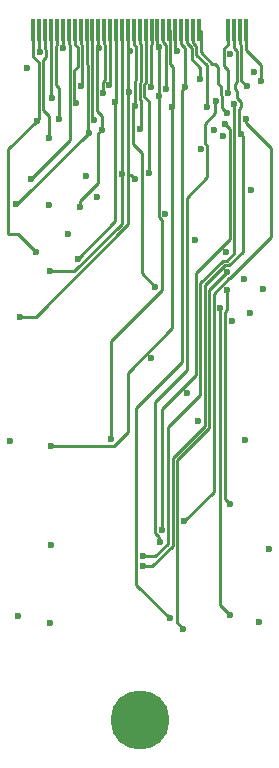
<source format=gbr>
%TF.GenerationSoftware,KiCad,Pcbnew,7.0.5*%
%TF.CreationDate,2023-08-30T17:00:08-05:00*%
%TF.ProjectId,Chimera_Card_Template_2,4368696d-6572-4615-9f43-6172645f5465,rev?*%
%TF.SameCoordinates,Original*%
%TF.FileFunction,Copper,L4,Bot*%
%TF.FilePolarity,Positive*%
%FSLAX46Y46*%
G04 Gerber Fmt 4.6, Leading zero omitted, Abs format (unit mm)*
G04 Created by KiCad (PCBNEW 7.0.5) date 2023-08-30 17:00:08*
%MOMM*%
%LPD*%
G01*
G04 APERTURE LIST*
%TA.AperFunction,SMDPad,CuDef*%
%ADD10R,0.350000X1.950000*%
%TD*%
%TA.AperFunction,ComponentPad*%
%ADD11C,2.900000*%
%TD*%
%TA.AperFunction,ConnectorPad*%
%ADD12C,5.000000*%
%TD*%
%TA.AperFunction,ViaPad*%
%ADD13C,0.600000*%
%TD*%
%TA.AperFunction,Conductor*%
%ADD14C,0.254000*%
%TD*%
G04 APERTURE END LIST*
D10*
%TO.P,U1,2,1*%
%TO.N,Net-(CN1-1-Pad73)*%
X103500000Y-91425000D03*
%TO.P,U1,4,1*%
%TO.N,Net-(CN1-1-Pad71)*%
X104000000Y-91425000D03*
%TO.P,U1,6,1*%
%TO.N,Net-(CN1-1-Pad69)*%
X104500000Y-91425000D03*
%TO.P,U1,8,1*%
%TO.N,Net-(CN1-1-Pad67)*%
X105000000Y-91425000D03*
%TO.P,U1,10,1*%
%TO.N,Net-(CN1-1-Pad66)*%
X105500000Y-91425000D03*
%TO.P,U1,12,12*%
%TO.N,Net-(CN1-20-Pad63)*%
X106000000Y-91425000D03*
%TO.P,U1,14,14*%
%TO.N,Net-(CN1-20-Pad61)*%
X106500000Y-91425000D03*
%TO.P,U1,16,16*%
%TO.N,Net-(CN1-20-Pad59)*%
X107000000Y-91425000D03*
%TO.P,U1,18,18*%
%TO.N,Net-(CN1-20-Pad57)*%
X107500000Y-91425000D03*
%TO.P,U1,20,20*%
%TO.N,Net-(CN1-20-Pad55)*%
X108000000Y-91425000D03*
%TO.P,U1,22,20*%
%TO.N,Net-(CN1-20-Pad53)*%
X108500000Y-91425000D03*
%TO.P,U1,24,20*%
%TO.N,Net-(CN1-20-Pad51)*%
X109000000Y-91425000D03*
%TO.P,U1,26,20*%
%TO.N,Net-(CN1-20-Pad49)*%
X109500000Y-91425000D03*
%TO.P,U1,28,20*%
%TO.N,Net-(CN1-20-Pad47)*%
X110000000Y-91425000D03*
%TO.P,U1,30,20*%
%TO.N,Net-(CN1-20-Pad45)*%
X110500000Y-91425000D03*
%TO.P,U1,32,20*%
%TO.N,Net-(CN1-20-Pad43)*%
X111000000Y-91425000D03*
%TO.P,U1,34,20*%
%TO.N,Net-(CN1-20-Pad41)*%
X111500000Y-91425000D03*
%TO.P,U1,36,20*%
%TO.N,Net-(CN1-20-Pad39)*%
X112000000Y-91425000D03*
%TO.P,U1,38,20*%
%TO.N,Net-(CN1-20-Pad37)*%
X112500000Y-91425000D03*
%TO.P,U1,40,20*%
%TO.N,Net-(CN1-20-Pad35)*%
X113000000Y-91425000D03*
%TO.P,U1,42,20*%
%TO.N,Net-(CN1-20-Pad33)*%
X113500000Y-91425000D03*
%TO.P,U1,44,20*%
%TO.N,Net-(CN1-20-Pad31)*%
X114000000Y-91425000D03*
%TO.P,U1,46,20*%
%TO.N,Net-(CN1-20-Pad29)*%
X114500000Y-91425000D03*
%TO.P,U1,48,20*%
%TO.N,Net-(CN1-20-Pad27)*%
X115000000Y-91425000D03*
%TO.P,U1,50,20*%
%TO.N,Net-(CN1-20-Pad25)*%
X115500000Y-91425000D03*
%TO.P,U1,52,20*%
%TO.N,Net-(CN1-20-Pad23)*%
X116000000Y-91425000D03*
%TO.P,U1,54,20*%
%TO.N,Net-(CN1-20-Pad21)*%
X116500000Y-91425000D03*
%TO.P,U1,56,20*%
%TO.N,Net-(CN1-1-Pad11)*%
X117000000Y-91425000D03*
%TO.P,U1,58,20*%
%TO.N,Net-(CN1-1-Pad9)*%
X117500000Y-91425000D03*
%TO.P,U1,68,1*%
%TO.N,Net-(CN1-1-Pad7)*%
X120000000Y-91425000D03*
%TO.P,U1,70,1*%
%TO.N,Net-(CN1-1-Pad5)*%
X120500000Y-91425000D03*
%TO.P,U1,72,1*%
%TO.N,+5V*%
X121000000Y-91425000D03*
%TO.P,U1,74,1*%
%TO.N,+3V3*%
X121500000Y-91425000D03*
%TD*%
D11*
%TO.P,H1,1*%
%TO.N,N/C*%
X112500000Y-149900000D03*
D12*
X112500000Y-149900000D03*
%TD*%
D13*
%TO.N,Net-(CN1-20-Pad61)*%
X103300000Y-104100000D03*
%TO.N,GND*%
X105000000Y-135100000D03*
X122916402Y-113384891D03*
X122200000Y-95000000D03*
%TO.N,20*%
X117675800Y-101500000D03*
X119883400Y-113488100D03*
X120160000Y-131566700D03*
%TO.N,8*%
X120174600Y-93492800D03*
X118926600Y-97451700D03*
X114208300Y-134814900D03*
%TO.N,6*%
X112767600Y-136011200D03*
X120501100Y-97771600D03*
%TO.N,4*%
X116255600Y-133069900D03*
X121456600Y-99000000D03*
%TO.N,Net-(CN1-20-Pad31)*%
X114156000Y-97054400D03*
X114125000Y-92928000D03*
X110030000Y-126074900D03*
%TO.N,Net-(CN1-20-Pad29)*%
X114748000Y-96463100D03*
X106401800Y-108751500D03*
X114650500Y-107033500D03*
%TO.N,Net-(CN1-1-Pad9)*%
X119900000Y-98500000D03*
X119583300Y-100449600D03*
X119908200Y-111945000D03*
X116203000Y-142160100D03*
%TO.N,Net-(CN1-20-Pad63)*%
X105985000Y-93010900D03*
%TO.N,Net-(CN1-1-Pad7)*%
X119700000Y-99400000D03*
X114342400Y-133794500D03*
X119968900Y-96764600D03*
%TO.N,Net-(CN1-1-Pad67)*%
X105045000Y-97221400D03*
%TO.N,Net-(CN1-20-Pad61)*%
X117167800Y-109269200D03*
X108867500Y-105582400D03*
%TO.N,Net-(CN1-20-Pad59)*%
X107144000Y-97644100D03*
X120325300Y-116088100D03*
X107976100Y-103842600D03*
%TO.N,Net-(CN1-20-Pad57)*%
X107524000Y-96199400D03*
X121300000Y-112550600D03*
%TO.N,Net-(CN1-20-Pad55)*%
X108174000Y-100173000D03*
X102043000Y-106224400D03*
%TO.N,Net-(CN1-20-Pad53)*%
X108640000Y-99103600D03*
X104838400Y-106281200D03*
%TO.N,Net-(CN1-20-Pad51)*%
X109286000Y-99917100D03*
X109038000Y-92998700D03*
X107470000Y-106460000D03*
%TO.N,Net-(CN1-20-Pad49)*%
X109404000Y-96835300D03*
%TO.N,Net-(CN1-20-Pad47)*%
X109934000Y-96115600D03*
%TO.N,Net-(CN1-20-Pad45)*%
X110435000Y-97598900D03*
X107245600Y-110822400D03*
%TO.N,Net-(CN1-20-Pad43)*%
X104930000Y-111878400D03*
X110981000Y-103625400D03*
%TO.N,+3V3*%
X122800000Y-95800000D03*
X123445000Y-135449100D03*
X102182500Y-141079100D03*
%TO.N,Net-(CN1-20-Pad41)*%
X111635000Y-93248200D03*
X111556000Y-96746600D03*
X102390000Y-115741500D03*
X112100000Y-104100000D03*
%TO.N,Net-(CN1-1-Pad73)*%
X103768000Y-99155600D03*
X121430000Y-126163500D03*
X103682200Y-110242600D03*
%TO.N,Net-(CN1-1-Pad71)*%
X104045000Y-93369500D03*
%TO.N,Net-(CN1-1-Pad69)*%
X104817000Y-100573000D03*
%TO.N,Net-(CN1-20-Pad39)*%
X112085000Y-97876300D03*
X121795700Y-115439600D03*
X113814500Y-113209900D03*
%TO.N,Net-(CN1-1-Pad5)*%
X121075600Y-100300000D03*
X112784700Y-136877000D03*
%TO.N,Net-(CN1-20-Pad37)*%
X112519000Y-99831700D03*
X119828900Y-110272900D03*
%TO.N,Net-(CN1-20-Pad35)*%
X113250000Y-103607000D03*
X113487500Y-119268200D03*
X117438600Y-124549500D03*
%TO.N,Net-(CN1-20-Pad33)*%
X113453000Y-96299800D03*
%TO.N,Net-(CN1-1-Pad66)*%
X105700000Y-99000000D03*
%TO.N,Net-(CN1-20-Pad27)*%
X115250000Y-97947800D03*
X104950000Y-126675100D03*
%TO.N,Net-(CN1-20-Pad25)*%
X115631000Y-93269900D03*
X116541500Y-122227900D03*
X101555000Y-126289700D03*
%TO.N,Net-(CN1-20-Pad23)*%
X116306000Y-96281400D03*
X115050500Y-141272200D03*
X122630600Y-141590700D03*
%TO.N,Net-(CN1-20-Pad21)*%
X117612000Y-95617700D03*
X119316400Y-114982900D03*
X120160000Y-141011700D03*
%TO.N,Net-(CN1-1-Pad11)*%
X118200000Y-98000000D03*
X118768650Y-99931350D03*
%TO.N,+5V*%
X121951700Y-105005100D03*
X121553300Y-96200000D03*
X104940000Y-141655600D03*
%TO.N,GND*%
X102923000Y-94656200D03*
%TD*%
D14*
%TO.N,8*%
X114146300Y-134752900D02*
X114208300Y-134814900D01*
X114146300Y-134384400D02*
X114146300Y-134752900D01*
X114146200Y-134384400D02*
X114146300Y-134384400D01*
X113786500Y-134024700D02*
X114146200Y-134384400D01*
X113786500Y-122935800D02*
X113786500Y-134024700D01*
X116461500Y-120260800D02*
X113786500Y-122935800D01*
X116461500Y-105680700D02*
X116461500Y-120260800D01*
X118000000Y-101040725D02*
X118229800Y-101270525D01*
X118229800Y-101270525D02*
X118229800Y-103912400D01*
X118229800Y-103912400D02*
X116461500Y-105680700D01*
X118000000Y-99400000D02*
X118000000Y-101040725D01*
X118900000Y-98500000D02*
X118000000Y-99400000D01*
X118900000Y-97478300D02*
X118900000Y-98500000D01*
X118926600Y-97451700D02*
X118900000Y-97478300D01*
%TO.N,Net-(CN1-1-Pad7)*%
X114342400Y-123551900D02*
X114342400Y-133794500D01*
X117227300Y-120667000D02*
X114342400Y-123551900D01*
X117227300Y-112037600D02*
X117227300Y-120667000D01*
X120139200Y-109125700D02*
X117227300Y-112037600D01*
X120139200Y-99839200D02*
X120139200Y-109125700D01*
X119700000Y-99400000D02*
X120139200Y-99839200D01*
%TO.N,Net-(CN1-1-Pad9)*%
X117649000Y-91573700D02*
X117500000Y-91425000D01*
X117649000Y-93357400D02*
X117649000Y-91573700D01*
X118658000Y-94366900D02*
X117649000Y-93357400D01*
X118903000Y-94366900D02*
X118658000Y-94366900D01*
X119112700Y-94576600D02*
X118903000Y-94366900D01*
X119112700Y-95993300D02*
X119112700Y-94576600D01*
X119413000Y-96293600D02*
X119112700Y-95993300D01*
X119413000Y-96994800D02*
X119413000Y-96293600D01*
X119497200Y-97079000D02*
X119413000Y-96994800D01*
X119497200Y-98097200D02*
X119497200Y-97079000D01*
X119900000Y-98500000D02*
X119497200Y-98097200D01*
%TO.N,Net-(CN1-20-Pad61)*%
X106587316Y-100812684D02*
X103300000Y-104100000D01*
X106587316Y-92741316D02*
X106587316Y-100812684D01*
X106500000Y-92654000D02*
X106587316Y-92741316D01*
X106500000Y-91425000D02*
X106500000Y-92654000D01*
%TO.N,Net-(CN1-1-Pad66)*%
X105430000Y-96084400D02*
X105430000Y-92780700D01*
X105430000Y-92780700D02*
X105500000Y-92710200D01*
X105700000Y-96354400D02*
X105430000Y-96084400D01*
X105500000Y-92710200D02*
X105500000Y-91425000D01*
X105700000Y-99000000D02*
X105700000Y-96354400D01*
%TO.N,Net-(CN1-1-Pad11)*%
X117304800Y-93565800D02*
X118200000Y-94461000D01*
X117266000Y-93565800D02*
X117304800Y-93565800D01*
%TO.N,Net-(CN1-20-Pad41)*%
X111536900Y-103758300D02*
X111758300Y-103758300D01*
X111758300Y-103758300D02*
X112100000Y-104100000D01*
%TO.N,Net-(CN1-20-Pad45)*%
X110435000Y-97598900D02*
X110435000Y-103343000D01*
%TO.N,+3V3*%
X121500000Y-93170800D02*
X121500000Y-91425000D01*
X122800000Y-95800000D02*
X122800000Y-94470800D01*
X122800000Y-94470800D02*
X121500000Y-93170800D01*
%TO.N,Net-(CN1-1-Pad5)*%
X113559300Y-136877000D02*
X112784700Y-136877000D01*
X115281300Y-135155000D02*
X113559300Y-136877000D01*
X115281300Y-127739200D02*
X115281300Y-135155000D01*
X117994600Y-113072500D02*
X117994600Y-125025900D01*
X120042700Y-111389100D02*
X119678000Y-111389100D01*
X121204500Y-110227300D02*
X120042700Y-111389100D01*
X121204500Y-100428900D02*
X121204500Y-110227300D01*
X121075600Y-100300000D02*
X121204500Y-100428900D01*
X120500000Y-93031400D02*
X120500000Y-91425000D01*
X120730800Y-93262200D02*
X120500000Y-93031400D01*
X120730800Y-95858625D02*
X120730800Y-93262200D01*
X120571700Y-96017725D02*
X120730800Y-95858625D01*
X120571700Y-96476675D02*
X120571700Y-96017725D01*
X120730800Y-96635775D02*
X120571700Y-96476675D01*
X120730800Y-97217375D02*
X120730800Y-96635775D01*
X120730575Y-97217600D02*
X120730800Y-97217375D01*
X121055100Y-98001075D02*
X121055100Y-97542125D01*
X121055100Y-97542125D02*
X120730575Y-97217600D01*
X121075600Y-100300000D02*
X120903100Y-100127500D01*
X119678000Y-111389100D02*
X117994600Y-113072500D01*
X120903100Y-100127500D02*
X120903100Y-98153075D01*
X120903100Y-98153075D02*
X121055100Y-98001075D01*
X117994600Y-125025900D02*
X115281300Y-127739200D01*
%TO.N,4*%
X118760400Y-130565100D02*
X116255600Y-133069900D01*
X118760400Y-113801100D02*
X118760400Y-130565100D01*
X120060600Y-112500900D02*
X118760400Y-113801100D01*
X120143400Y-112500900D02*
X120060600Y-112500900D01*
X123611000Y-109033300D02*
X120143400Y-112500900D01*
X121456600Y-99340075D02*
X123611000Y-101494475D01*
X121456600Y-99000000D02*
X121456600Y-99340075D01*
X123611000Y-101494475D02*
X123611000Y-109033300D01*
%TO.N,+5V*%
X121113700Y-92769600D02*
X121000000Y-92655900D01*
X121113700Y-95760400D02*
X121113700Y-92769600D01*
X121553300Y-96200000D02*
X121113700Y-95760400D01*
X121000000Y-92655900D02*
X121000000Y-91425000D01*
%TO.N,Net-(CN1-1-Pad11)*%
X118200000Y-98000000D02*
X118200000Y-94461000D01*
%TO.N,20*%
X119738700Y-131145400D02*
X120160000Y-131566700D01*
X119738700Y-115346800D02*
X119738700Y-131145400D01*
X119883300Y-115202200D02*
X119738700Y-115346800D01*
X119883300Y-113488100D02*
X119883300Y-115202200D01*
X119883400Y-113488100D02*
X119883300Y-113488100D01*
%TO.N,6*%
X113829700Y-136011200D02*
X112767600Y-136011200D01*
X114898400Y-134942500D02*
X113829700Y-136011200D01*
X114898400Y-125063800D02*
X114898400Y-134942500D01*
X117611700Y-122350500D02*
X114898400Y-125063800D01*
X117611700Y-112913900D02*
X117611700Y-122350500D01*
X119519400Y-111006200D02*
X117611700Y-112913900D01*
X119884100Y-111006200D02*
X119519400Y-111006200D01*
X120522100Y-110368200D02*
X119884100Y-111006200D01*
X120522100Y-97792600D02*
X120522100Y-110368200D01*
X120501100Y-97771600D02*
X120522100Y-97792600D01*
%TO.N,Net-(CN1-20-Pad31)*%
X114000000Y-92803000D02*
X114125000Y-92928000D01*
X114000000Y-91425000D02*
X114000000Y-92803000D01*
X114156000Y-92959100D02*
X114125000Y-92928000D01*
X114156000Y-97054400D02*
X114156000Y-92959100D01*
X114094600Y-97115800D02*
X114156000Y-97054400D01*
X114094600Y-107263700D02*
X114094600Y-97115800D01*
X114372000Y-107541100D02*
X114094600Y-107263700D01*
X114372000Y-113438700D02*
X114372000Y-107541100D01*
X110030000Y-117780700D02*
X114372000Y-113438700D01*
X110030000Y-126074900D02*
X110030000Y-117780700D01*
%TO.N,Net-(CN1-20-Pad29)*%
X114500000Y-92516800D02*
X114500000Y-91425000D01*
X114681000Y-92697700D02*
X114500000Y-92516800D01*
X114681000Y-96395600D02*
X114681000Y-92697700D01*
X114748000Y-96463100D02*
X114681000Y-96395600D01*
%TO.N,Net-(CN1-1-Pad9)*%
X115664200Y-141621300D02*
X116203000Y-142160100D01*
X115664200Y-127897800D02*
X115664200Y-141621300D01*
X118377500Y-125184500D02*
X115664200Y-127897800D01*
X118377500Y-113475700D02*
X118377500Y-125184500D01*
X119908200Y-111945000D02*
X118377500Y-113475700D01*
%TO.N,Net-(CN1-20-Pad63)*%
X106000000Y-92996300D02*
X106000000Y-91425000D01*
X105985000Y-93010900D02*
X106000000Y-92996300D01*
%TO.N,Net-(CN1-1-Pad7)*%
X119596900Y-93059000D02*
X120000000Y-92655900D01*
X119596900Y-94521500D02*
X119596900Y-93059000D01*
X119968900Y-94893500D02*
X119596900Y-94521500D01*
X119968900Y-96764600D02*
X119968900Y-94893500D01*
X120000000Y-91425000D02*
X120000000Y-92655900D01*
%TO.N,Net-(CN1-1-Pad67)*%
X105000000Y-97176300D02*
X105045000Y-97221400D01*
X105000000Y-91425000D02*
X105000000Y-97176300D01*
%TO.N,Net-(CN1-20-Pad59)*%
X106968000Y-97468800D02*
X107144000Y-97644100D01*
X106968000Y-94831600D02*
X106968000Y-97468800D01*
X107238000Y-94562000D02*
X106968000Y-94831600D01*
X107238000Y-92932700D02*
X107238000Y-94562000D01*
X107000000Y-92694700D02*
X107238000Y-92932700D01*
X107000000Y-91425000D02*
X107000000Y-92694700D01*
%TO.N,Net-(CN1-20-Pad57)*%
X107619000Y-96104700D02*
X107524000Y-96199400D01*
X107619000Y-92774900D02*
X107619000Y-96104700D01*
X107500000Y-92655900D02*
X107619000Y-92774900D01*
X107500000Y-91425000D02*
X107500000Y-92655900D01*
%TO.N,Net-(CN1-20-Pad55)*%
X108080000Y-100079000D02*
X108174000Y-100173000D01*
X108080000Y-94435900D02*
X108080000Y-100079000D01*
X108000000Y-94355600D02*
X108080000Y-94435900D01*
X108000000Y-91425000D02*
X108000000Y-94355600D01*
X108174000Y-100173000D02*
X102729000Y-105618000D01*
X102122600Y-106224400D02*
X102043000Y-106224400D01*
X102729000Y-105618000D02*
X102122600Y-106224400D01*
%TO.N,Net-(CN1-20-Pad53)*%
X108463000Y-98927300D02*
X108640000Y-99103600D01*
X108463000Y-92692700D02*
X108463000Y-98927300D01*
X108500000Y-92655900D02*
X108463000Y-92692700D01*
X108500000Y-91425000D02*
X108500000Y-92655900D01*
%TO.N,Net-(CN1-20-Pad51)*%
X109000000Y-92960200D02*
X109038000Y-92998700D01*
X109000000Y-91425000D02*
X109000000Y-92960200D01*
X109286000Y-98769500D02*
X109286000Y-99917100D01*
X108846000Y-98330100D02*
X109286000Y-98769500D01*
X108846000Y-93191100D02*
X108846000Y-98330100D01*
X109038000Y-92998700D02*
X108846000Y-93191100D01*
X108977000Y-100226000D02*
X108977000Y-104405600D01*
X109286000Y-99917100D02*
X108977000Y-100226000D01*
X107470000Y-105912600D02*
X107470000Y-106460000D01*
X108977000Y-104405600D02*
X107470000Y-105912600D01*
%TO.N,Net-(CN1-20-Pad49)*%
X109378000Y-96809500D02*
X109404000Y-96835300D01*
X109378000Y-95885400D02*
X109378000Y-96809500D01*
X109594000Y-95669500D02*
X109378000Y-95885400D01*
X109594000Y-92750300D02*
X109594000Y-95669500D01*
X109500000Y-92655900D02*
X109594000Y-92750300D01*
X109500000Y-91425000D02*
X109500000Y-92655900D01*
%TO.N,Net-(CN1-20-Pad47)*%
X110000000Y-96050000D02*
X109934000Y-96115600D01*
X110000000Y-91425000D02*
X110000000Y-96050000D01*
%TO.N,Net-(CN1-20-Pad45)*%
X110500000Y-97533800D02*
X110435000Y-97598900D01*
X110500000Y-91425000D02*
X110500000Y-97533800D01*
X110425100Y-107642900D02*
X107245600Y-110822400D01*
X110425100Y-103352900D02*
X110425100Y-107642900D01*
X110435000Y-103343000D02*
X110425100Y-103352900D01*
%TO.N,Net-(CN1-20-Pad43)*%
X111000000Y-103591000D02*
X111000000Y-100535500D01*
X111000000Y-100535500D02*
X111000000Y-91425000D01*
X110981000Y-100554500D02*
X110981000Y-103625400D01*
X111000000Y-100535500D02*
X110981000Y-100554500D01*
X111000000Y-107854200D02*
X111000000Y-103591000D01*
X106975800Y-111878400D02*
X111000000Y-107854200D01*
X104930000Y-111878400D02*
X106975800Y-111878400D01*
%TO.N,Net-(CN1-20-Pad41)*%
X111527000Y-93248200D02*
X111635000Y-93248200D01*
X111527000Y-103047000D02*
X111527000Y-96746600D01*
X111527000Y-93248200D02*
X111527000Y-96746600D01*
X111500000Y-92655900D02*
X111500000Y-91425000D01*
X111527000Y-92682900D02*
X111500000Y-92655900D01*
X111527000Y-93248200D02*
X111527000Y-92682900D01*
X111527000Y-96746600D02*
X111556000Y-96746600D01*
X111536900Y-107927700D02*
X111536900Y-103758300D01*
X103723100Y-115741500D02*
X111536900Y-107927700D01*
X102390000Y-115741500D02*
X103723100Y-115741500D01*
X111536900Y-103056900D02*
X111527000Y-103047000D01*
X111536900Y-103758300D02*
X111536900Y-103056900D01*
%TO.N,Net-(CN1-1-Pad73)*%
X103944000Y-98979500D02*
X103768000Y-99155600D01*
X103944000Y-94188300D02*
X103944000Y-98979500D01*
X103489000Y-93733200D02*
X103944000Y-94188300D01*
X103489000Y-92666500D02*
X103489000Y-93733200D01*
X103500000Y-92655900D02*
X103489000Y-92666500D01*
X103500000Y-91425000D02*
X103500000Y-92655900D01*
X102157400Y-108717700D02*
X101359000Y-108717700D01*
X102157400Y-108717800D02*
X102157400Y-108717700D01*
X103682200Y-110242600D02*
X102157400Y-108717800D01*
X101359000Y-101564000D02*
X103768000Y-99155600D01*
X101359000Y-108717700D02*
X101359000Y-101564000D01*
%TO.N,Net-(CN1-1-Pad71)*%
X104000000Y-93324200D02*
X104045000Y-93369500D01*
X104000000Y-91425000D02*
X104000000Y-93324200D01*
%TO.N,Net-(CN1-1-Pad69)*%
X104817000Y-98716600D02*
X104817000Y-100573000D01*
X104326000Y-98225500D02*
X104817000Y-98716600D01*
X104326000Y-94030500D02*
X104326000Y-98225500D01*
X104599000Y-93756700D02*
X104326000Y-94030500D01*
X104599000Y-93140000D02*
X104599000Y-93756700D01*
X104500000Y-93040700D02*
X104599000Y-93140000D01*
X104500000Y-91425000D02*
X104500000Y-93040700D01*
%TO.N,Net-(CN1-20-Pad39)*%
X112130000Y-97831300D02*
X112085000Y-97876300D01*
X112130000Y-95753600D02*
X112130000Y-97831300D01*
X112191000Y-95692400D02*
X112130000Y-95753600D01*
X112191000Y-92871500D02*
X112191000Y-95692400D01*
X112000000Y-92680400D02*
X112191000Y-92871500D01*
X112000000Y-91425000D02*
X112000000Y-92680400D01*
X112681000Y-101854000D02*
X112681000Y-112076400D01*
X111936000Y-101110000D02*
X112681000Y-101854000D01*
X111936000Y-98024800D02*
X111936000Y-101110000D01*
X112085000Y-97876300D02*
X111936000Y-98024800D01*
X112681000Y-112076400D02*
X113814500Y-113209900D01*
%TO.N,Net-(CN1-20-Pad37)*%
X112642000Y-99708700D02*
X112519000Y-99831700D01*
X112642000Y-97443200D02*
X112642000Y-99708700D01*
X112513000Y-97314400D02*
X112642000Y-97443200D01*
X112513000Y-95912200D02*
X112513000Y-97314400D01*
X112574000Y-95851000D02*
X112513000Y-95912200D01*
X112574000Y-92690600D02*
X112574000Y-95851000D01*
X112500000Y-92616600D02*
X112574000Y-92690600D01*
X112500000Y-91425000D02*
X112500000Y-92616600D01*
%TO.N,Net-(CN1-20-Pad35)*%
X113250000Y-97510100D02*
X113250000Y-103607000D01*
X112896000Y-97155800D02*
X113250000Y-97510100D01*
X112896000Y-96070800D02*
X112896000Y-97155800D01*
X113000000Y-95966500D02*
X112896000Y-96070800D01*
X113000000Y-91425000D02*
X113000000Y-95966500D01*
%TO.N,Net-(CN1-20-Pad33)*%
X113453000Y-92703100D02*
X113453000Y-96299800D01*
X113500000Y-92655900D02*
X113453000Y-92703100D01*
X113500000Y-91425000D02*
X113500000Y-92655900D01*
%TO.N,Net-(CN1-20-Pad27)*%
X115064000Y-91488800D02*
X115000000Y-91425000D01*
X115064000Y-94319900D02*
X115064000Y-91488800D01*
X115304000Y-94560500D02*
X115064000Y-94319900D01*
X115304000Y-97893200D02*
X115304000Y-94560500D01*
X115250000Y-97947800D02*
X115304000Y-97893200D01*
X110292400Y-126675100D02*
X104950000Y-126675100D01*
X111497800Y-125469700D02*
X110292400Y-126675100D01*
X111497800Y-120471800D02*
X111497800Y-125469700D01*
X115250000Y-116719600D02*
X111497800Y-120471800D01*
X115250000Y-97947800D02*
X115250000Y-116719600D01*
%TO.N,Net-(CN1-20-Pad25)*%
X115500000Y-93138500D02*
X115631000Y-93269900D01*
X115500000Y-91425000D02*
X115500000Y-93138500D01*
%TO.N,Net-(CN1-20-Pad23)*%
X116306000Y-92962000D02*
X116306000Y-96281400D01*
X116000000Y-92655900D02*
X116306000Y-92962000D01*
X116000000Y-91425000D02*
X116000000Y-92655900D01*
X116054000Y-96533400D02*
X116054000Y-112104000D01*
X116306000Y-96281400D02*
X116054000Y-96533400D01*
X112205000Y-138426700D02*
X115050500Y-141272200D01*
X112205000Y-123434300D02*
X112205000Y-138426700D01*
X116054000Y-119585300D02*
X112205000Y-123434300D01*
X116054000Y-112104000D02*
X116054000Y-119585300D01*
%TO.N,Net-(CN1-20-Pad21)*%
X117612000Y-94675000D02*
X117612000Y-95617700D01*
X116883000Y-93946000D02*
X117612000Y-94675000D01*
X116883000Y-92980600D02*
X116883000Y-93946000D01*
X116500000Y-92597700D02*
X116883000Y-92980600D01*
X116500000Y-91425000D02*
X116500000Y-92597700D01*
X119316400Y-140168100D02*
X120160000Y-141011700D01*
X119316400Y-114982900D02*
X119316400Y-140168100D01*
%TO.N,Net-(CN1-1-Pad11)*%
X117000000Y-92556200D02*
X117000000Y-91425000D01*
X117266000Y-92822000D02*
X117000000Y-92556200D01*
X117266000Y-93565800D02*
X117266000Y-92822000D01*
%TD*%
M02*

</source>
